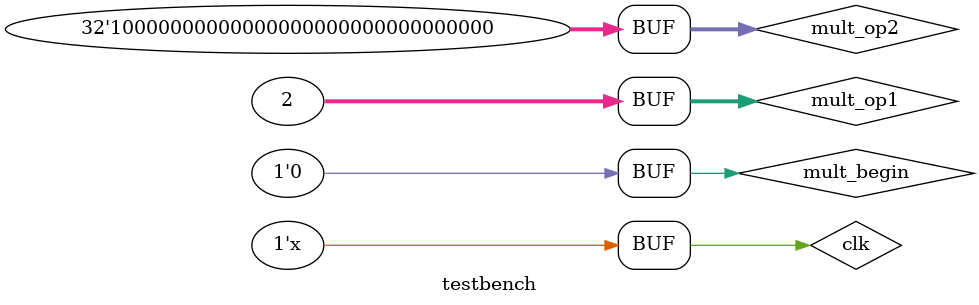
<source format=v>
`timescale 1ns / 1ps


module testbench;

    // Inputs
    reg clk;
    reg mult_begin;
    reg [31:0] mult_op1;
    reg [31:0] mult_op2;

    // Outputs
    wire [63:0] product;
    wire mult_end;

    // Instantiate the Unit Under Test (UUT)
    multiply uut (
        .clk(clk), 
        .mult_begin(mult_begin), 
        .mult_op1(mult_op1), 
        .mult_op2(mult_op2), 
        .product(product), 
        .mult_end(mult_end)
    );

    initial begin
        // Initialize Inputs
        clk = 0;
        mult_begin = 0;
        mult_op1 = 0;
        mult_op2 = 0;

        // Wait 100 ns for global reset to finish
        #100;
        mult_begin = 1;
        mult_op1 = 32'H00001111;
        mult_op2 = 32'H00001111;
        #400;
        mult_begin = 0;
        #500;
        mult_begin = 1;
        mult_op1 = 32'H00001111;
        mult_op2 = 32'H00002222;
        #400;
        mult_begin = 0;
        #500;
        mult_begin = 1;
        mult_op1 = 32'H00000002;
        mult_op2 = 32'HFFFFFFFF;
        #400;
        mult_begin = 0;
        #500;
        mult_begin = 1;
        mult_op1 = 32'H00000002;
        mult_op2 = 32'H80000000;
        #400;
        mult_begin = 0;
        // Add stimulus here
    end
   always #5 clk = ~clk;
endmodule


</source>
